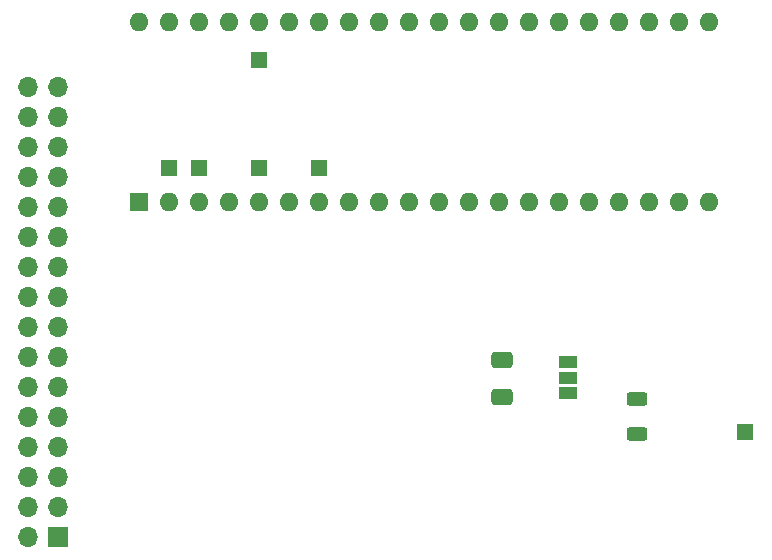
<source format=gbr>
%TF.GenerationSoftware,KiCad,Pcbnew,7.0.9-7.0.9~ubuntu20.04.1*%
%TF.CreationDate,2023-12-28T06:23:10+01:00*%
%TF.ProjectId,M50747_FP,4d353037-3437-45f4-9650-2e6b69636164,rev?*%
%TF.SameCoordinates,Original*%
%TF.FileFunction,Soldermask,Bot*%
%TF.FilePolarity,Negative*%
%FSLAX46Y46*%
G04 Gerber Fmt 4.6, Leading zero omitted, Abs format (unit mm)*
G04 Created by KiCad (PCBNEW 7.0.9-7.0.9~ubuntu20.04.1) date 2023-12-28 06:23:10*
%MOMM*%
%LPD*%
G01*
G04 APERTURE LIST*
G04 Aperture macros list*
%AMRoundRect*
0 Rectangle with rounded corners*
0 $1 Rounding radius*
0 $2 $3 $4 $5 $6 $7 $8 $9 X,Y pos of 4 corners*
0 Add a 4 corners polygon primitive as box body*
4,1,4,$2,$3,$4,$5,$6,$7,$8,$9,$2,$3,0*
0 Add four circle primitives for the rounded corners*
1,1,$1+$1,$2,$3*
1,1,$1+$1,$4,$5*
1,1,$1+$1,$6,$7*
1,1,$1+$1,$8,$9*
0 Add four rect primitives between the rounded corners*
20,1,$1+$1,$2,$3,$4,$5,0*
20,1,$1+$1,$4,$5,$6,$7,0*
20,1,$1+$1,$6,$7,$8,$9,0*
20,1,$1+$1,$8,$9,$2,$3,0*%
G04 Aperture macros list end*
%ADD10RoundRect,0.250000X0.650000X-0.412500X0.650000X0.412500X-0.650000X0.412500X-0.650000X-0.412500X0*%
%ADD11R,1.350000X1.350000*%
%ADD12R,1.600000X1.600000*%
%ADD13O,1.600000X1.600000*%
%ADD14R,1.700000X1.700000*%
%ADD15O,1.700000X1.700000*%
%ADD16R,1.500000X1.000000*%
%ADD17RoundRect,0.250000X-0.625000X0.312500X-0.625000X-0.312500X0.625000X-0.312500X0.625000X0.312500X0*%
G04 APERTURE END LIST*
D10*
%TO.C,C1*%
X204470000Y-69165000D03*
X204470000Y-66040000D03*
%TD*%
D11*
%TO.C,J4*%
X183896000Y-40640000D03*
%TD*%
D12*
%TO.C,U3*%
X173736000Y-52730400D03*
D13*
X176276000Y-52730400D03*
X178816000Y-52730400D03*
X181356000Y-52730400D03*
X183896000Y-52730400D03*
X186436000Y-52730400D03*
X188976000Y-52730400D03*
X191516000Y-52730400D03*
X194056000Y-52730400D03*
X196596000Y-52730400D03*
X199136000Y-52730400D03*
X201676000Y-52730400D03*
X204216000Y-52730400D03*
X206756000Y-52730400D03*
X209296000Y-52730400D03*
X211836000Y-52730400D03*
X214376000Y-52730400D03*
X216916000Y-52730400D03*
X219456000Y-52730400D03*
X221996000Y-52730400D03*
X221996000Y-37490400D03*
X219456000Y-37490400D03*
X216916000Y-37490400D03*
X214376000Y-37490400D03*
X211836000Y-37490400D03*
X209296000Y-37490400D03*
X206756000Y-37490400D03*
X204216000Y-37490400D03*
X201676000Y-37490400D03*
X199136000Y-37490400D03*
X196596000Y-37490400D03*
X194056000Y-37490400D03*
X191516000Y-37490400D03*
X188976000Y-37490400D03*
X186436000Y-37490400D03*
X183896000Y-37490400D03*
X181356000Y-37490400D03*
X178816000Y-37490400D03*
X176276000Y-37490400D03*
X173736000Y-37490400D03*
%TD*%
D14*
%TO.C,J1*%
X166878000Y-81026000D03*
D15*
X164338000Y-81026000D03*
X166878000Y-78486000D03*
X164338000Y-78486000D03*
X166878000Y-75946000D03*
X164338000Y-75946000D03*
X166878000Y-73406000D03*
X164338000Y-73406000D03*
X166878000Y-70866000D03*
X164338000Y-70866000D03*
X166878000Y-68326000D03*
X164338000Y-68326000D03*
X166878000Y-65786000D03*
X164338000Y-65786000D03*
X166878000Y-63246000D03*
X164338000Y-63246000D03*
X166878000Y-60706000D03*
X164338000Y-60706000D03*
X166878000Y-58166000D03*
X164338000Y-58166000D03*
X166878000Y-55626000D03*
X164338000Y-55626000D03*
X166878000Y-53086000D03*
X164338000Y-53086000D03*
X166878000Y-50546000D03*
X164338000Y-50546000D03*
X166878000Y-48006000D03*
X164338000Y-48006000D03*
X166878000Y-45466000D03*
X164338000Y-45466000D03*
X166878000Y-42926000D03*
X164338000Y-42926000D03*
%TD*%
D11*
%TO.C,J7*%
X188976000Y-49784000D03*
%TD*%
%TO.C,J6*%
X183896000Y-49784000D03*
%TD*%
D16*
%TO.C,JP1*%
X210058000Y-66264000D03*
X210058000Y-67564000D03*
X210058000Y-68864000D03*
%TD*%
D11*
%TO.C,J2*%
X225044000Y-72136000D03*
%TD*%
%TO.C,J8*%
X176276000Y-49784000D03*
%TD*%
%TO.C,J3*%
X178816000Y-49784000D03*
%TD*%
D17*
%TO.C,R1*%
X215900000Y-69403500D03*
X215900000Y-72328500D03*
%TD*%
M02*

</source>
